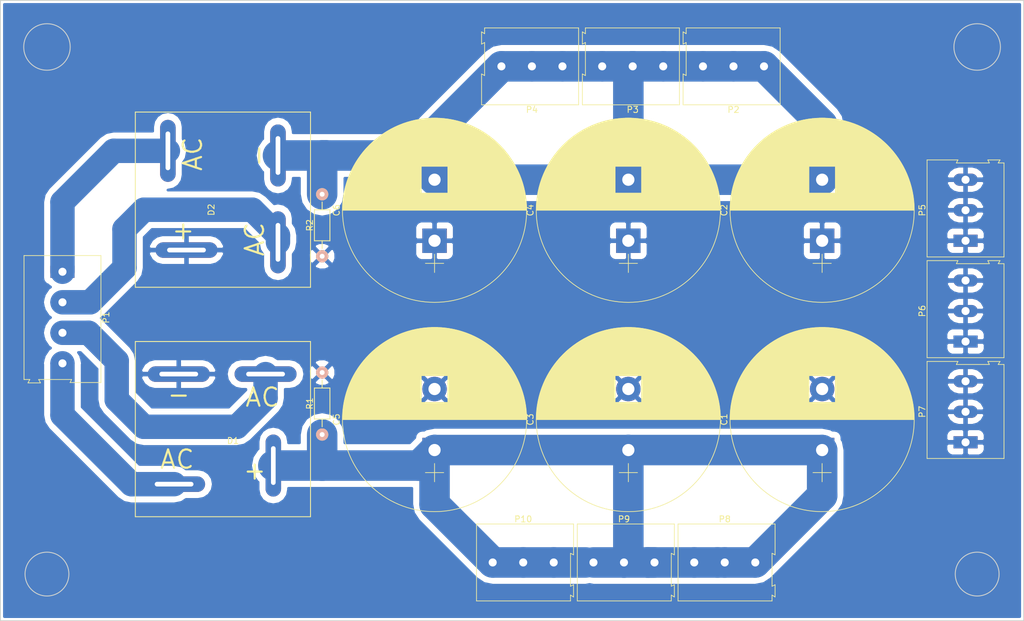
<source format=kicad_pcb>
(kicad_pcb (version 4) (host pcbnew 4.0.4-stable)
  (layers (0 F.Cu signal) (31 B.Cu signal) (34 B.Paste user) (35 F.Paste user) (36 B.SilkS user) (37 F.SilkS user hide) (38 B.Mask user) (39 F.Mask user) (44 Edge.Cuts user))
  (net 0 "")
  (net 1 Sec2)
  (net 2 Sec1)
  (net 3 Sec4)
  (net 4 Sec3)
  (net 5 VCC)
  (net 6 GND)
  (net 7 VSS)
  (module Capacitors_ThroughHole:CP_Radial_D30.0mm_P10.00mm_SnapIn (layer F.Cu) (at 152.4 127 90)
    (fp_text reference C1 (at 5 -16.06 90) (layer F.SilkS))
    (fp_text value 100000uF)
    (pad 1 thru_hole rect (at 0 0 90) (size 4 4) (drill 2) (layers *.Cu *.Mask) (net 5 VCC))
    (pad 2 thru_hole circle (at 10 0 90) (size 4 4) (drill 2) (layers *.Cu *.Mask) (net 6 GND))
  )
  (module Impronte:KBPC3510 (layer F.Cu) (at 68.58 100.33 90)
    (fp_text reference D2 (at 12.7 -16.256 90) (layer F.SilkS))
    (fp_text value Diode_Bridge)
    (fp_text user - (at 21.59 -8.636 90) (layer F.SilkS) (effects (font (size 3 3) (thickness 0.35))))
    (fp_text user AC (at 7.874 -9.144 90) (layer F.SilkS) (effects (font (size 3 3) (thickness 0.35))))
    (fp_text user AC (at 21.844 -19.304 90) (layer F.SilkS) (effects (font (size 3 3) (thickness 0.35))))
    (fp_text user + (at 9.144 -21.082 90) (layer F.SilkS) (effects (font (size 3 3) (thickness 0.35))))
    (pad 3 thru_hole oval (at 6.096 -20.32 90) (size 2.54 10.16) (drill oval 0.762 6.35) (layers *.Cu *.Mask) (net 6 GND))
    (pad 2 thru_hole oval (at 22.352 -23.368 180) (size 2.54 10.16) (drill oval 0.762 6.35) (layers *.Cu *.Mask) (net 4 Sec3))
    (pad 4 thru_hole oval (at 7.366 -5.334 180) (size 2.54 10.16) (drill oval 0.762 6.35) (layers *.Cu *.Mask) (net 3 Sec4))
    (pad 1 thru_hole oval (at 21.59 -5.334 180) (size 2.54 10.16) (drill oval 0.762 6.35) (layers *.Cu *.Mask) (net 7 VSS))
  )
  (module Capacitors_ThroughHole:CP_Radial_D30.0mm_P10.00mm_SnapIn (layer F.Cu) (at 152.4 92.71 90)
    (fp_text reference C2 (at 5 -16.06 90) (layer F.SilkS))
    (fp_text value 100000uF)
    (pad 1 thru_hole rect (at 0 0 90) (size 4 4) (drill 2) (layers *.Cu *.Mask) (net 6 GND))
    (pad 2 thru_hole circle (at 10 0 90) (size 4 4) (drill 2) (layers *.Cu *.Mask) (net 7 VSS))
  )
  (module Capacitors_ThroughHole:CP_Radial_D30.0mm_P10.00mm_SnapIn (layer F.Cu) (at 120.65 127 90)
    (fp_text reference C3 (at 5 -16.06 90) (layer F.SilkS))
    (fp_text value 100000uF)
    (pad 1 thru_hole rect (at 0 0 90) (size 4 4) (drill 2) (layers *.Cu *.Mask) (net 5 VCC))
    (pad 2 thru_hole circle (at 10 0 90) (size 4 4) (drill 2) (layers *.Cu *.Mask) (net 6 GND))
  )
  (module Capacitors_ThroughHole:CP_Radial_D30.0mm_P10.00mm_SnapIn (layer F.Cu) (at 120.65 92.71 90)
    (fp_text reference C4 (at 5 -16.06 90) (layer F.SilkS))
    (fp_text value 100000uF)
    (pad 1 thru_hole rect (at 0 0 90) (size 4 4) (drill 2) (layers *.Cu *.Mask) (net 6 GND))
    (pad 2 thru_hole circle (at 10 0 90) (size 4 4) (drill 2) (layers *.Cu *.Mask) (net 7 VSS))
  )
  (module Capacitors_ThroughHole:CP_Radial_D30.0mm_P10.00mm_SnapIn (layer F.Cu) (at 88.9 127 90)
    (fp_text reference C5 (at 5 -16.06 90) (layer F.SilkS))
    (fp_text value 100000uF)
    (pad 1 thru_hole rect (at 0 0 90) (size 4 4) (drill 2) (layers *.Cu *.Mask) (net 5 VCC))
    (pad 2 thru_hole circle (at 10 0 90) (size 4 4) (drill 2) (layers *.Cu *.Mask) (net 6 GND))
  )
  (module Capacitors_ThroughHole:CP_Radial_D30.0mm_P10.00mm_SnapIn (layer F.Cu) (at 88.9 92.71 90)
    (fp_text reference C6 (at 5 -16.06 90) (layer F.SilkS))
    (fp_text value 100000uF)
    (pad 1 thru_hole rect (at 0 0 90) (size 4 4) (drill 2) (layers *.Cu *.Mask) (net 6 GND))
    (pad 2 thru_hole circle (at 10 0 90) (size 4 4) (drill 2) (layers *.Cu *.Mask) (net 7 VSS))
  )
  (module Impronte:KBPC3510 (layer F.Cu) (at 68.58 109.22 180)
    (fp_text reference D1 (at 12.7 -16.256 180) (layer F.SilkS))
    (fp_text value Diode_Bridge)
    (fp_text user - (at 21.59 -8.636 180) (layer F.SilkS) (effects (font (size 3 3) (thickness 0.35))))
    (fp_text user AC (at 7.874 -9.144 180) (layer F.SilkS) (effects (font (size 3 3) (thickness 0.35))))
    (fp_text user AC (at 21.844 -19.304 180) (layer F.SilkS) (effects (font (size 3 3) (thickness 0.35))))
    (fp_text user + (at 9.144 -21.082 180) (layer F.SilkS) (effects (font (size 3 3) (thickness 0.35))))
    (pad 3 thru_hole oval (at 6.096 -20.32 180) (size 2.54 10.16) (drill oval 0.762 6.35) (layers *.Cu *.Mask) (net 5 VCC))
    (pad 2 thru_hole oval (at 22.352 -23.368 270) (size 2.54 10.16) (drill oval 0.762 6.35) (layers *.Cu *.Mask) (net 2 Sec1))
    (pad 4 thru_hole oval (at 7.366 -5.334 270) (size 2.54 10.16) (drill oval 0.762 6.35) (layers *.Cu *.Mask) (net 1 Sec2))
    (pad 1 thru_hole oval (at 21.59 -5.334 270) (size 2.54 10.16) (drill oval 0.762 6.35) (layers *.Cu *.Mask) (net 6 GND))
  )
  (module Connect:AK300-4 (layer F.Cu) (at 27.94 97.79 270)
    (fp_text reference P1 (at 7.5 -7.15 270) (layer F.SilkS))
    (fp_text value Input)
    (pad 1 thru_hole rect (at 0 0 270) (size 1.98 3.96) (drill 1.32) (layers *.Cu F.Paste F.Mask) (net 4 Sec3))
    (pad 2 thru_hole oval (at 5 0 270) (size 1.98 3.96) (drill 1.32) (layers *.Cu F.Paste F.Mask) (net 3 Sec4))
    (pad 4 thru_hole oval (at 15 0 270) (size 1.98 3.96) (drill 1.32) (layers *.Cu F.Paste F.Mask) (net 2 Sec1))
    (pad 3 thru_hole oval (at 10 0 270) (size 1.98 3.96) (drill 1.32) (layers *.Cu *.Mask) (net 1 Sec2))
  )
  (module Connect:AK300-3 (layer F.Cu) (at 142.875 64.135 180)
    (fp_text reference P2 (at 5 -7.1 180) (layer F.SilkS))
    (fp_text value vss1)
    (pad 1 thru_hole rect (at 0 0 180) (size 1.98 3.96) (drill 1.32) (layers *.Cu F.Paste F.Mask) (net 7 VSS))
    (pad 2 thru_hole oval (at 5 0 180) (size 1.98 3.96) (drill 1.32) (layers *.Cu F.Paste F.Mask) (net 7 VSS))
    (pad 3 thru_hole oval (at 10 0 180) (size 1.98 3.96) (drill 1.32) (layers *.Cu F.Paste F.Mask) (net 7 VSS))
  )
  (module Connect:AK300-3 (layer F.Cu) (at 126.365 64.135 180)
    (fp_text reference P3 (at 5 -7.1 180) (layer F.SilkS))
    (fp_text value vss2)
    (pad 1 thru_hole rect (at 0 0 180) (size 1.98 3.96) (drill 1.32) (layers *.Cu F.Paste F.Mask) (net 7 VSS))
    (pad 2 thru_hole oval (at 5 0 180) (size 1.98 3.96) (drill 1.32) (layers *.Cu F.Paste F.Mask) (net 7 VSS))
    (pad 3 thru_hole oval (at 10 0 180) (size 1.98 3.96) (drill 1.32) (layers *.Cu F.Paste F.Mask) (net 7 VSS))
  )
  (module Connect:AK300-3 (layer F.Cu) (at 109.855 64.135 180)
    (fp_text reference P4 (at 5 -7.1 180) (layer F.SilkS))
    (fp_text value vss3)
    (pad 1 thru_hole rect (at 0 0 180) (size 1.98 3.96) (drill 1.32) (layers *.Cu F.Paste F.Mask) (net 7 VSS))
    (pad 2 thru_hole oval (at 5 0 180) (size 1.98 3.96) (drill 1.32) (layers *.Cu F.Paste F.Mask) (net 7 VSS))
    (pad 3 thru_hole oval (at 10 0 180) (size 1.98 3.96) (drill 1.32) (layers *.Cu F.Paste F.Mask) (net 7 VSS))
  )
  (module Connect:AK300-3 (layer F.Cu) (at 175.895 92.71 90)
    (fp_text reference P5 (at 5 -7.1 90) (layer F.SilkS))
    (fp_text value gnd1)
    (pad 1 thru_hole rect (at 0 0 90) (size 1.98 3.96) (drill 1.32) (layers *.Cu F.Paste F.Mask) (net 6 GND))
    (pad 2 thru_hole oval (at 5 0 90) (size 1.98 3.96) (drill 1.32) (layers *.Cu F.Paste F.Mask) (net 6 GND))
    (pad 3 thru_hole oval (at 10 0 90) (size 1.98 3.96) (drill 1.32) (layers *.Cu F.Paste F.Mask) (net 6 GND))
  )
  (module Connect:AK300-3 (layer F.Cu) (at 175.895 109.22 90)
    (fp_text reference P6 (at 5 -7.1 90) (layer F.SilkS))
    (fp_text value gnd2)
    (pad 1 thru_hole rect (at 0 0 90) (size 1.98 3.96) (drill 1.32) (layers *.Cu F.Paste F.Mask) (net 6 GND))
    (pad 2 thru_hole oval (at 5 0 90) (size 1.98 3.96) (drill 1.32) (layers *.Cu F.Paste F.Mask) (net 6 GND))
    (pad 3 thru_hole oval (at 10 0 90) (size 1.98 3.96) (drill 1.32) (layers *.Cu F.Paste F.Mask) (net 6 GND))
  )
  (module Connect:AK300-3 (layer F.Cu) (at 175.895 125.73 90)
    (fp_text reference P7 (at 5 -7.1 90) (layer F.SilkS))
    (fp_text value gnd3)
    (pad 1 thru_hole rect (at 0 0 90) (size 1.98 3.96) (drill 1.32) (layers *.Cu F.Paste F.Mask) (net 6 GND))
    (pad 2 thru_hole oval (at 5 0 90) (size 1.98 3.96) (drill 1.32) (layers *.Cu F.Paste F.Mask) (net 6 GND))
    (pad 3 thru_hole oval (at 10 0 90) (size 1.98 3.96) (drill 1.32) (layers *.Cu F.Paste F.Mask) (net 6 GND))
  )
  (module Connect:AK300-3 (layer F.Cu) (at 131.445 145.415)
    (fp_text reference P8 (at 5 -7.1) (layer F.SilkS))
    (fp_text value vcc1)
    (pad 1 thru_hole rect (at 0 0) (size 1.98 3.96) (drill 1.32) (layers *.Cu F.Paste F.Mask) (net 5 VCC))
    (pad 2 thru_hole oval (at 5 0) (size 1.98 3.96) (drill 1.32) (layers *.Cu F.Paste F.Mask) (net 5 VCC))
    (pad 3 thru_hole oval (at 10 0) (size 1.98 3.96) (drill 1.32) (layers *.Cu F.Paste F.Mask) (net 5 VCC))
  )
  (module Connect:AK300-3 (layer F.Cu) (at 114.935 145.415)
    (fp_text reference P9 (at 5 -7.1) (layer F.SilkS))
    (fp_text value vcc2)
    (pad 1 thru_hole rect (at 0 0) (size 1.98 3.96) (drill 1.32) (layers *.Cu F.Paste F.Mask) (net 5 VCC))
    (pad 2 thru_hole oval (at 5 0) (size 1.98 3.96) (drill 1.32) (layers *.Cu F.Paste F.Mask) (net 5 VCC))
    (pad 3 thru_hole oval (at 10 0) (size 1.98 3.96) (drill 1.32) (layers *.Cu F.Paste F.Mask) (net 5 VCC))
  )
  (module Impronte:Res_Orizz_10mm (layer F.Cu) (at 70.485 124.46 90)
    (fp_text reference R1 (at 5.08 -2.032 90) (layer F.SilkS))
    (fp_text value 10k)
    (pad 1 thru_hole circle (at 0 0 90) (size 2 2) (drill 0.8) (layers *.Cu *.SilkS *.Mask) (net 5 VCC))
    (pad 2 thru_hole circle (at 10.16 0 90) (size 2 2) (drill 0.8) (layers *.Cu *.SilkS *.Mask) (net 6 GND))
  )
  (module Impronte:Res_Orizz_10mm (layer F.Cu) (at 70.485 95.25 90)
    (fp_text reference R2 (at 5.08 -2.032 90) (layer F.SilkS))
    (fp_text value 10k)
    (pad 1 thru_hole circle (at 0 0 90) (size 2 2) (drill 0.8) (layers *.Cu *.SilkS *.Mask) (net 6 GND))
    (pad 2 thru_hole circle (at 10.16 0 90) (size 2 2) (drill 0.8) (layers *.Cu *.SilkS *.Mask) (net 7 VSS))
  )
  (module Connect:AK300-3 (layer F.Cu) (at 98.425 145.415)
    (fp_text reference P10 (at 5 -7.1) (layer F.SilkS))
    (fp_text value vcc3)
    (pad 1 thru_hole rect (at 0 0) (size 1.98 3.96) (drill 1.32) (layers *.Cu F.Paste F.Mask) (net 5 VCC))
    (pad 2 thru_hole oval (at 5 0) (size 1.98 3.96) (drill 1.32) (layers *.Cu F.Paste F.Mask) (net 5 VCC))
    (pad 3 thru_hole oval (at 10 0) (size 1.98 3.96) (drill 1.32) (layers *.Cu F.Paste F.Mask) (net 5 VCC))
  )
  (gr_circle (center 25.4 60.96) (end 29.21 60.96) (layer Edge.Cuts) (width 0.15))
  (gr_circle (center 177.8 60.96) (end 181.61 60.96) (layer Edge.Cuts) (width 0.15))
  (gr_circle (center 25.4 147.32) (end 27.94 149.86) (layer Edge.Cuts) (width 0.15))
  (gr_circle (center 177.8 147.32) (end 180.34 149.86) (layer Edge.Cuts) (width 0.15))
  (gr_line (start 185.42 53.34) (end 17.78 53.34) (angle 90) (layer Edge.Cuts) (width 0.15))
  (gr_line (start 185.42 154.94) (end 185.42 53.34) (angle 90) (layer Edge.Cuts) (width 0.15))
  (gr_line (start 17.78 154.94) (end 185.42 154.94) (angle 90) (layer Edge.Cuts) (width 0.15))
  (gr_line (start 17.78 53.34) (end 17.78 154.94) (angle 90) (layer Edge.Cuts) (width 0.15))
  (segment (start 27.94 107.79) (end 32.225 107.79) (width 4) (layer B.Cu) (net 1))
  (segment (start 61.214 118.491) (end 61.214 114.554) (width 4) (layer B.Cu) (net 1))
  (segment (start 56.515 123.19) (end 61.214 118.491) (width 4) (layer B.Cu) (net 1))
  (segment (start 41.275 123.19) (end 56.515 123.19) (width 4) (layer B.Cu) (net 1))
  (segment (start 36.83 118.745) (end 41.275 123.19) (width 4) (layer B.Cu) (net 1))
  (segment (start 36.83 112.395) (end 36.83 118.745) (width 4) (layer B.Cu) (net 1))
  (segment (start 32.225 107.79) (end 36.83 112.395) (width 4) (layer B.Cu) (net 1))
  (segment (start 27.94 112.79) (end 27.94 121.285) (width 4) (layer B.Cu) (net 2))
  (segment (start 39.243 132.588) (end 46.228 132.588) (width 4) (layer B.Cu) (net 2))
  (segment (start 27.94 121.285) (end 39.243 132.588) (width 4) (layer B.Cu) (net 2))
  (segment (start 27.94 102.79) (end 32.465 102.79) (width 4) (layer B.Cu) (net 3))
  (segment (start 59.055 87.63) (end 63.246 91.821) (width 4) (layer B.Cu) (net 3))
  (segment (start 41.275 87.63) (end 59.055 87.63) (width 4) (layer B.Cu) (net 3))
  (segment (start 38.1 90.805) (end 41.275 87.63) (width 4) (layer B.Cu) (net 3))
  (segment (start 38.1 97.155) (end 38.1 90.805) (width 4) (layer B.Cu) (net 3))
  (segment (start 32.465 102.79) (end 38.1 97.155) (width 4) (layer B.Cu) (net 3))
  (segment (start 63.246 91.821) (end 63.246 92.964) (width 4) (layer B.Cu) (net 3))
  (segment (start 45.212 77.978) (end 36.322 77.978) (width 4) (layer B.Cu) (net 4))
  (segment (start 27.94 86.36) (end 27.94 97.79) (width 4) (layer B.Cu) (net 4))
  (segment (start 36.322 77.978) (end 27.94 86.36) (width 4) (layer B.Cu) (net 4))
  (segment (start 136.445 145.415) (end 141.445 145.415) (width 5) (layer B.Cu) (net 5))
  (segment (start 131.445 145.415) (end 135.255 145.415) (width 5) (layer B.Cu) (net 5))
  (segment (start 135.255 145.415) (end 136.445 145.415) (width 5) (layer B.Cu) (net 5))
  (segment (start 123.825 145.415) (end 131.445 145.415) (width 5) (layer B.Cu) (net 5))
  (segment (start 119.935 145.415) (end 123.825 145.415) (width 5) (layer B.Cu) (net 5))
  (segment (start 123.825 145.415) (end 124.935 145.415) (width 5) (layer B.Cu) (net 5))
  (segment (start 114.935 145.415) (end 119.935 145.415) (width 5) (layer B.Cu) (net 5))
  (segment (start 108.425 145.415) (end 113.665 145.415) (width 5) (layer B.Cu) (net 5))
  (segment (start 103.425 145.415) (end 108.425 145.415) (width 5) (layer B.Cu) (net 5))
  (segment (start 98.425 145.415) (end 103.425 145.415) (width 5) (layer B.Cu) (net 5))
  (segment (start 70.485 129.54) (end 70.485 124.46) (width 5) (layer B.Cu) (net 5))
  (segment (start 152.4 127) (end 152.4 134.46) (width 5) (layer B.Cu) (net 5))
  (segment (start 152.4 134.46) (end 141.445 145.415) (width 5) (layer B.Cu) (net 5))
  (segment (start 88.9 127) (end 88.9 135.89) (width 5) (layer B.Cu) (net 5))
  (segment (start 88.9 135.89) (end 98.425 145.415) (width 5) (layer B.Cu) (net 5))
  (segment (start 120.65 127) (end 120.65 144.7) (width 5) (layer B.Cu) (net 5))
  (segment (start 120.65 144.7) (end 119.935 145.415) (width 5) (layer B.Cu) (net 5))
  (segment (start 120.65 127) (end 152.4 127) (width 5) (layer B.Cu) (net 5))
  (segment (start 88.9 127) (end 120.65 127) (width 5) (layer B.Cu) (net 5))
  (segment (start 62.484 129.54) (end 70.485 129.54) (width 5) (layer B.Cu) (net 5))
  (segment (start 70.485 129.54) (end 86.36 129.54) (width 5) (layer B.Cu) (net 5))
  (segment (start 86.36 129.54) (end 88.9 127) (width 5) (layer B.Cu) (net 5))
  (segment (start 70.485 85.09) (end 70.485 78.74) (width 5) (layer B.Cu) (net 7))
  (segment (start 70.485 78.74) (end 71.12 78.74) (width 5) (layer B.Cu) (net 7))
  (segment (start 88.9 82.71) (end 88.9 75.09) (width 5) (layer B.Cu) (net 7))
  (segment (start 88.9 75.09) (end 99.855 64.135) (width 5) (layer B.Cu) (net 7))
  (segment (start 152.4 82.71) (end 152.4 73.66) (width 5) (layer B.Cu) (net 7))
  (segment (start 152.4 73.66) (end 142.875 64.135) (width 5) (layer B.Cu) (net 7))
  (segment (start 120.65 82.71) (end 120.65 64.85) (width 5) (layer B.Cu) (net 7))
  (segment (start 120.65 64.85) (end 121.365 64.135) (width 5) (layer B.Cu) (net 7))
  (segment (start 137.875 64.135) (end 142.875 64.135) (width 5) (layer B.Cu) (net 7))
  (segment (start 132.875 64.135) (end 137.875 64.135) (width 5) (layer B.Cu) (net 7))
  (segment (start 126.365 64.135) (end 132.875 64.135) (width 5) (layer B.Cu) (net 7))
  (segment (start 121.365 64.135) (end 126.365 64.135) (width 5) (layer B.Cu) (net 7))
  (segment (start 116.365 64.135) (end 121.365 64.135) (width 5) (layer B.Cu) (net 7))
  (segment (start 109.855 64.135) (end 116.365 64.135) (width 5) (layer B.Cu) (net 7))
  (segment (start 104.855 64.135) (end 109.855 64.135) (width 5) (layer B.Cu) (net 7))
  (segment (start 99.855 64.135) (end 104.855 64.135) (width 5) (layer B.Cu) (net 7))
  (segment (start 120.65 82.71) (end 152.4 82.71) (width 5) (layer B.Cu) (net 7))
  (segment (start 88.9 82.71) (end 120.65 82.71) (width 5) (layer B.Cu) (net 7))
  (segment (start 63.246 78.74) (end 71.12 78.74) (width 5) (layer B.Cu) (net 7))
  (segment (start 71.12 78.74) (end 84.93 78.74) (width 5) (layer B.Cu) (net 7))
  (segment (start 84.93 78.74) (end 88.9 82.71) (width 5) (layer B.Cu) (net 7))
  (zone (net 6) (net_name GND) (layer B.Cu) (connect_pads (clearance 0.35)) (min_thickness 0.45) (fill yes (arc_segments 16) (thermal_gap 1) (thermal_bridge_width 0.75))
    (polygon (pts (xy 185.42 154.94) (xy 17.78 154.94) (xy 17.78 53.34) (xy 185.42 53.34)))
  )
)
</source>
